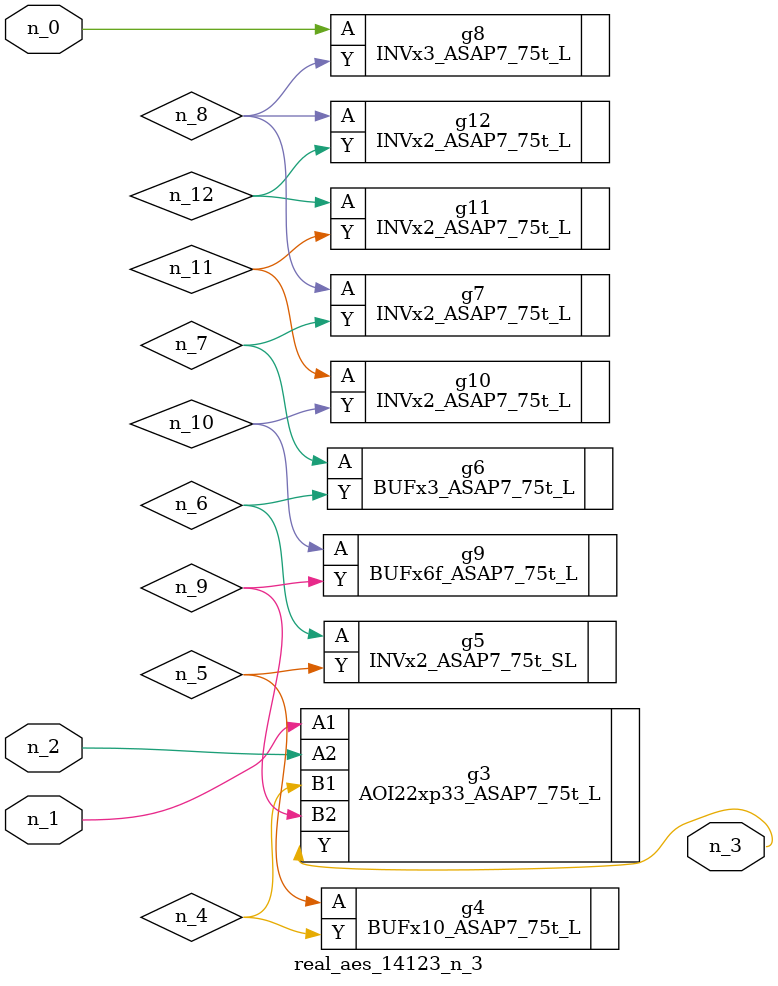
<source format=v>
module real_aes_14123_n_3 (n_0, n_2, n_1, n_3);
input n_0;
input n_2;
input n_1;
output n_3;
wire n_4;
wire n_5;
wire n_7;
wire n_9;
wire n_6;
wire n_8;
wire n_12;
wire n_10;
wire n_11;
INVx3_ASAP7_75t_L g8 ( .A(n_0), .Y(n_8) );
AOI22xp33_ASAP7_75t_L g3 ( .A1(n_1), .A2(n_2), .B1(n_4), .B2(n_9), .Y(n_3) );
BUFx10_ASAP7_75t_L g4 ( .A(n_5), .Y(n_4) );
INVx2_ASAP7_75t_SL g5 ( .A(n_6), .Y(n_5) );
BUFx3_ASAP7_75t_L g6 ( .A(n_7), .Y(n_6) );
INVx2_ASAP7_75t_L g7 ( .A(n_8), .Y(n_7) );
INVx2_ASAP7_75t_L g12 ( .A(n_8), .Y(n_12) );
BUFx6f_ASAP7_75t_L g9 ( .A(n_10), .Y(n_9) );
INVx2_ASAP7_75t_L g10 ( .A(n_11), .Y(n_10) );
INVx2_ASAP7_75t_L g11 ( .A(n_12), .Y(n_11) );
endmodule
</source>
